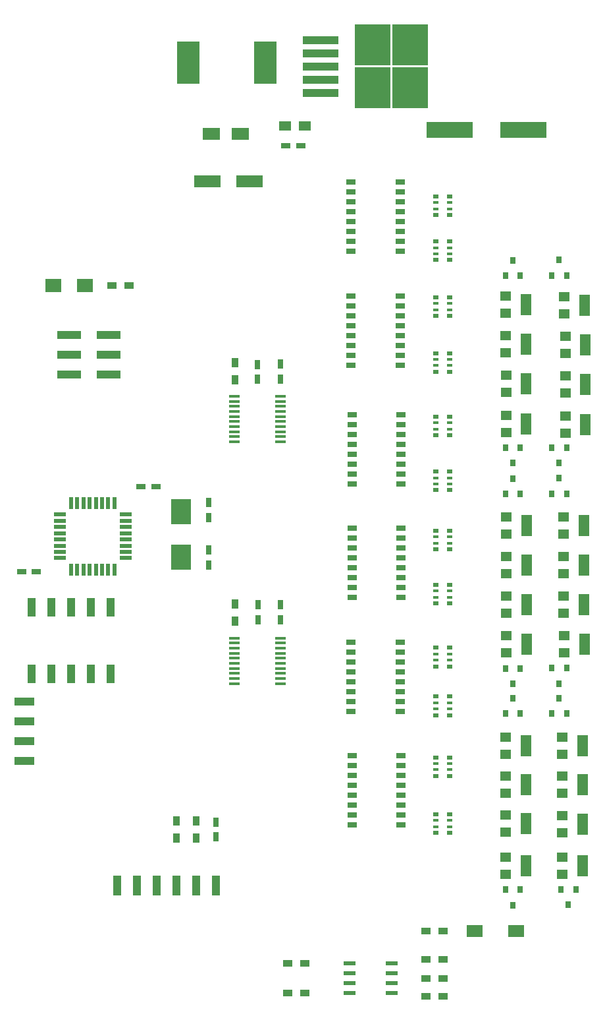
<source format=gbr>
%TF.GenerationSoftware,KiCad,Pcbnew,(5.1.8)-1*%
%TF.CreationDate,2022-01-30T22:11:29-05:00*%
%TF.ProjectId,ElectromagnetController_V3,456c6563-7472-46f6-9d61-676e6574436f,rev?*%
%TF.SameCoordinates,Original*%
%TF.FileFunction,Paste,Top*%
%TF.FilePolarity,Positive*%
%FSLAX46Y46*%
G04 Gerber Fmt 4.6, Leading zero omitted, Abs format (unit mm)*
G04 Created by KiCad (PCBNEW (5.1.8)-1) date 2022-01-30 22:11:29*
%MOMM*%
%LPD*%
G01*
G04 APERTURE LIST*
%ADD10R,2.184400X1.625600*%
%ADD11R,4.600000X1.100000*%
%ADD12R,4.550000X5.250000*%
%ADD13R,2.900000X5.400000*%
%ADD14R,1.200000X0.750000*%
%ADD15R,3.500000X1.600000*%
%ADD16R,6.000000X2.000000*%
%ADD17R,0.800000X0.900000*%
%ADD18R,1.400000X1.200000*%
%ADD19R,1.400000X2.800000*%
%ADD20R,0.800000X0.500000*%
%ADD21R,0.800000X0.400000*%
%ADD22R,1.300000X0.800000*%
%ADD23R,1.000000X2.500000*%
%ADD24R,0.900000X1.200000*%
%ADD25R,2.500000X1.000000*%
%ADD26R,0.750000X1.200000*%
%ADD27R,3.150000X1.000000*%
%ADD28R,1.120000X2.440000*%
%ADD29R,1.200000X0.900000*%
%ADD30R,2.000000X1.700000*%
%ADD31R,1.600000X0.550000*%
%ADD32R,0.550000X1.600000*%
%ADD33R,1.500000X1.250000*%
%ADD34R,1.450000X0.450000*%
%ADD35R,2.000000X1.600000*%
%ADD36R,2.500000X3.325000*%
%ADD37R,1.550000X0.600000*%
G04 APERTURE END LIST*
D10*
%TO.C,D2*%
X91770200Y-42164000D03*
X88061800Y-42164000D03*
%TD*%
D11*
%TO.C,U8*%
X102102000Y-30128000D03*
X102102000Y-31828000D03*
X102102000Y-33528000D03*
X102102000Y-35228000D03*
X102102000Y-36928000D03*
D12*
X113677000Y-36303000D03*
X108827000Y-30753000D03*
X113677000Y-30753000D03*
X108827000Y-36303000D03*
%TD*%
D13*
%TO.C,L1*%
X94996000Y-33020000D03*
X85096000Y-33020000D03*
%TD*%
D14*
%TO.C,C8*%
X97668000Y-43688000D03*
X99568000Y-43688000D03*
%TD*%
D15*
%TO.C,C7*%
X87564000Y-48260000D03*
X92964000Y-48260000D03*
%TD*%
D16*
%TO.C,C6*%
X118694000Y-41656000D03*
X128194000Y-41656000D03*
%TD*%
D17*
%TO.C,D14*%
X131876800Y-88417400D03*
X133776800Y-88417400D03*
X132826800Y-86417400D03*
%TD*%
%TO.C,D13*%
X125897600Y-88442800D03*
X127797600Y-88442800D03*
X126847600Y-86442800D03*
%TD*%
%TO.C,D12*%
X125897600Y-116646200D03*
X127797600Y-116646200D03*
X126847600Y-114646200D03*
%TD*%
%TO.C,D11*%
X131876800Y-116630200D03*
X133776800Y-116630200D03*
X132826800Y-114630200D03*
%TD*%
%TO.C,D10*%
X134945200Y-139192000D03*
X133045200Y-139192000D03*
X133995200Y-141192000D03*
%TD*%
%TO.C,D9*%
X127797600Y-139242800D03*
X125897600Y-139242800D03*
X126847600Y-141242800D03*
%TD*%
%TO.C,D8*%
X127797600Y-110820200D03*
X125897600Y-110820200D03*
X126847600Y-112820200D03*
%TD*%
%TO.C,D7*%
X133776800Y-110794800D03*
X131876800Y-110794800D03*
X132826800Y-112794800D03*
%TD*%
%TO.C,D6*%
X127797600Y-82448400D03*
X125897600Y-82448400D03*
X126847600Y-84448400D03*
%TD*%
%TO.C,D5*%
X133776800Y-82448400D03*
X131876800Y-82448400D03*
X132826800Y-84448400D03*
%TD*%
%TO.C,D4*%
X131876800Y-60350400D03*
X133776800Y-60350400D03*
X132826800Y-58350400D03*
%TD*%
%TO.C,D3*%
X125923000Y-60410600D03*
X127823000Y-60410600D03*
X126873000Y-58410600D03*
%TD*%
D14*
%TO.C,C15*%
X80949800Y-87452200D03*
X79049800Y-87452200D03*
%TD*%
%TO.C,C14*%
X63682800Y-98374200D03*
X65582800Y-98374200D03*
%TD*%
D18*
%TO.C,Q19*%
X133223000Y-121834000D03*
X133223000Y-119634000D03*
D19*
X135823000Y-120734000D03*
%TD*%
D20*
%TO.C,RN11*%
X116967000Y-122244000D03*
D21*
X116967000Y-123844000D03*
X116967000Y-123044000D03*
D20*
X116967000Y-124644000D03*
D21*
X118767000Y-123044000D03*
D20*
X118767000Y-122244000D03*
D21*
X118767000Y-123844000D03*
D20*
X118767000Y-124644000D03*
%TD*%
%TO.C,RN12*%
X116967000Y-129540000D03*
D21*
X116967000Y-131140000D03*
X116967000Y-130340000D03*
D20*
X116967000Y-131940000D03*
D21*
X118767000Y-130340000D03*
D20*
X118767000Y-129540000D03*
D21*
X118767000Y-131140000D03*
D20*
X118767000Y-131940000D03*
%TD*%
D22*
%TO.C,U11*%
X106197000Y-122042000D03*
X106197000Y-123322000D03*
X106197000Y-124582000D03*
X106197000Y-125852000D03*
X106197000Y-127132000D03*
X106197000Y-128402000D03*
X106197000Y-129662000D03*
X106197000Y-130942000D03*
X112497000Y-130942000D03*
X112497000Y-129662000D03*
X112497000Y-128402000D03*
X112497000Y-127132000D03*
X112497000Y-125852000D03*
X112497000Y-124582000D03*
X112497000Y-123322000D03*
X112497000Y-122042000D03*
%TD*%
%TO.C,U9*%
X106070000Y-107437000D03*
X106070000Y-108717000D03*
X106070000Y-109977000D03*
X106070000Y-111247000D03*
X106070000Y-112527000D03*
X106070000Y-113797000D03*
X106070000Y-115057000D03*
X106070000Y-116337000D03*
X112370000Y-116337000D03*
X112370000Y-115057000D03*
X112370000Y-113797000D03*
X112370000Y-112527000D03*
X112370000Y-111247000D03*
X112370000Y-109977000D03*
X112370000Y-108717000D03*
X112370000Y-107437000D03*
%TD*%
%TO.C,U7*%
X106070000Y-48382000D03*
X106070000Y-49662000D03*
X106070000Y-50922000D03*
X106070000Y-52192000D03*
X106070000Y-53472000D03*
X106070000Y-54742000D03*
X106070000Y-56002000D03*
X106070000Y-57282000D03*
X112370000Y-57282000D03*
X112370000Y-56002000D03*
X112370000Y-54742000D03*
X112370000Y-53472000D03*
X112370000Y-52192000D03*
X112370000Y-50922000D03*
X112370000Y-49662000D03*
X112370000Y-48382000D03*
%TD*%
%TO.C,U5*%
X106197000Y-92832000D03*
X106197000Y-94112000D03*
X106197000Y-95372000D03*
X106197000Y-96642000D03*
X106197000Y-97922000D03*
X106197000Y-99192000D03*
X106197000Y-100452000D03*
X106197000Y-101732000D03*
X112497000Y-101732000D03*
X112497000Y-100452000D03*
X112497000Y-99192000D03*
X112497000Y-97922000D03*
X112497000Y-96642000D03*
X112497000Y-95372000D03*
X112497000Y-94112000D03*
X112497000Y-92832000D03*
%TD*%
%TO.C,U4*%
X106197000Y-78227000D03*
X106197000Y-79507000D03*
X106197000Y-80767000D03*
X106197000Y-82037000D03*
X106197000Y-83317000D03*
X106197000Y-84587000D03*
X106197000Y-85847000D03*
X106197000Y-87127000D03*
X112497000Y-87127000D03*
X112497000Y-85847000D03*
X112497000Y-84587000D03*
X112497000Y-83317000D03*
X112497000Y-82037000D03*
X112497000Y-80767000D03*
X112497000Y-79507000D03*
X112497000Y-78227000D03*
%TD*%
%TO.C,U3*%
X106070000Y-62987000D03*
X106070000Y-64267000D03*
X106070000Y-65527000D03*
X106070000Y-66797000D03*
X106070000Y-68077000D03*
X106070000Y-69347000D03*
X106070000Y-70607000D03*
X106070000Y-71887000D03*
X112370000Y-71887000D03*
X112370000Y-70607000D03*
X112370000Y-69347000D03*
X112370000Y-68077000D03*
X112370000Y-66797000D03*
X112370000Y-65527000D03*
X112370000Y-64267000D03*
X112370000Y-62987000D03*
%TD*%
D23*
%TO.C,J5*%
X75946000Y-138684000D03*
X78486000Y-138684000D03*
X81026000Y-138684000D03*
X83566000Y-138684000D03*
X86106000Y-138684000D03*
X88646000Y-138684000D03*
%TD*%
D24*
%TO.C,R11*%
X86106000Y-132588000D03*
X86106000Y-130388000D03*
%TD*%
%TO.C,R10*%
X83566000Y-132588000D03*
X83566000Y-130388000D03*
%TD*%
D18*
%TO.C,Q15*%
X126051000Y-108796000D03*
X126051000Y-106596000D03*
D19*
X128651000Y-107696000D03*
%TD*%
D18*
%TO.C,Q24*%
X133193000Y-137287000D03*
X133193000Y-135087000D03*
D19*
X135793000Y-136187000D03*
%TD*%
D18*
%TO.C,Q23*%
X125924000Y-137244000D03*
X125924000Y-135044000D03*
D19*
X128524000Y-136144000D03*
%TD*%
D18*
%TO.C,Q22*%
X133193000Y-131910000D03*
X133193000Y-129710000D03*
D19*
X135793000Y-130810000D03*
%TD*%
D18*
%TO.C,Q17*%
X125924000Y-131846500D03*
X125924000Y-129646500D03*
D19*
X128524000Y-130746500D03*
%TD*%
D25*
%TO.C,J7*%
X64008000Y-122682000D03*
X64008000Y-120142000D03*
X64008000Y-117602000D03*
X64008000Y-115062000D03*
%TD*%
D20*
%TO.C,RN10*%
X116967000Y-114433500D03*
D21*
X116967000Y-116033500D03*
X116967000Y-115233500D03*
D20*
X116967000Y-116833500D03*
D21*
X118767000Y-115233500D03*
D20*
X118767000Y-114433500D03*
D21*
X118767000Y-116033500D03*
D20*
X118767000Y-116833500D03*
%TD*%
%TO.C,RN9*%
X116967000Y-108164604D03*
D21*
X116967000Y-109764604D03*
X116967000Y-108964604D03*
D20*
X116967000Y-110564604D03*
D21*
X118767000Y-108964604D03*
D20*
X118767000Y-108164604D03*
D21*
X118767000Y-109764604D03*
D20*
X118767000Y-110564604D03*
%TD*%
%TO.C,RN8*%
X116967000Y-100101500D03*
D21*
X116967000Y-101701500D03*
X116967000Y-100901500D03*
D20*
X116967000Y-102501500D03*
D21*
X118767000Y-100901500D03*
D20*
X118767000Y-100101500D03*
D21*
X118767000Y-101701500D03*
D20*
X118767000Y-102501500D03*
%TD*%
%TO.C,RN7*%
X116967000Y-93154500D03*
D21*
X116967000Y-94754500D03*
X116967000Y-93954500D03*
D20*
X116967000Y-95554500D03*
D21*
X118767000Y-93954500D03*
D20*
X118767000Y-93154500D03*
D21*
X118767000Y-94754500D03*
D20*
X118767000Y-95554500D03*
%TD*%
%TO.C,RN6*%
X116967000Y-85547940D03*
D21*
X116967000Y-87147940D03*
X116967000Y-86347940D03*
D20*
X116967000Y-87947940D03*
D21*
X118767000Y-86347940D03*
D20*
X118767000Y-85547940D03*
D21*
X118767000Y-87147940D03*
D20*
X118767000Y-87947940D03*
%TD*%
%TO.C,RN5*%
X116967000Y-78511500D03*
D21*
X116967000Y-80111500D03*
X116967000Y-79311500D03*
D20*
X116967000Y-80911500D03*
D21*
X118767000Y-79311500D03*
D20*
X118767000Y-78511500D03*
D21*
X118767000Y-80111500D03*
D20*
X118767000Y-80911500D03*
%TD*%
%TO.C,RN4*%
X116967000Y-70345500D03*
D21*
X116967000Y-71945500D03*
X116967000Y-71145500D03*
D20*
X116967000Y-72745500D03*
D21*
X118767000Y-71145500D03*
D20*
X118767000Y-70345500D03*
D21*
X118767000Y-71945500D03*
D20*
X118767000Y-72745500D03*
%TD*%
%TO.C,RN3*%
X116967000Y-63182500D03*
D21*
X116967000Y-64782500D03*
X116967000Y-63982500D03*
D20*
X116967000Y-65582500D03*
D21*
X118767000Y-63982500D03*
D20*
X118767000Y-63182500D03*
D21*
X118767000Y-64782500D03*
D20*
X118767000Y-65582500D03*
%TD*%
%TO.C,RN2*%
X116967000Y-55994500D03*
D21*
X116967000Y-57594500D03*
X116967000Y-56794500D03*
D20*
X116967000Y-58394500D03*
D21*
X118767000Y-56794500D03*
D20*
X118767000Y-55994500D03*
D21*
X118767000Y-57594500D03*
D20*
X118767000Y-58394500D03*
%TD*%
%TO.C,RN1*%
X116967000Y-50228500D03*
D21*
X116967000Y-51828500D03*
X116967000Y-51028500D03*
D20*
X116967000Y-52628500D03*
D21*
X118767000Y-51028500D03*
D20*
X118767000Y-50228500D03*
D21*
X118767000Y-51828500D03*
D20*
X118767000Y-52628500D03*
%TD*%
D18*
%TO.C,Q21*%
X133193000Y-126830000D03*
X133193000Y-124630000D03*
D19*
X135793000Y-125730000D03*
%TD*%
D18*
%TO.C,Q20*%
X125924000Y-126830000D03*
X125924000Y-124630000D03*
D19*
X128524000Y-125730000D03*
%TD*%
D18*
%TO.C,Q18*%
X125924000Y-121834000D03*
X125924000Y-119634000D03*
D19*
X128524000Y-120734000D03*
%TD*%
D18*
%TO.C,Q16*%
X133477000Y-108839000D03*
X133477000Y-106639000D03*
D19*
X136077000Y-107739000D03*
%TD*%
D18*
%TO.C,Q14*%
X133413500Y-103736500D03*
X133413500Y-101536500D03*
D19*
X136013500Y-102636500D03*
%TD*%
D18*
%TO.C,Q13*%
X126047500Y-103736500D03*
X126047500Y-101536500D03*
D19*
X128647500Y-102636500D03*
%TD*%
D18*
%TO.C,Q12*%
X133413500Y-98656500D03*
X133413500Y-96456500D03*
D19*
X136013500Y-97556500D03*
%TD*%
D18*
%TO.C,Q11*%
X126047500Y-98636000D03*
X126047500Y-96436000D03*
D19*
X128647500Y-97536000D03*
%TD*%
D18*
%TO.C,Q10*%
X133413500Y-93619500D03*
X133413500Y-91419500D03*
D19*
X136013500Y-92519500D03*
%TD*%
D18*
%TO.C,Q9*%
X126051000Y-93556000D03*
X126051000Y-91356000D03*
D19*
X128651000Y-92456000D03*
%TD*%
D18*
%TO.C,Q8*%
X133604000Y-80602000D03*
X133604000Y-78402000D03*
D19*
X136204000Y-79502000D03*
%TD*%
D18*
%TO.C,Q7*%
X125984000Y-80559000D03*
X125984000Y-78359000D03*
D19*
X128584000Y-79459000D03*
%TD*%
D18*
%TO.C,Q6*%
X133604000Y-75479000D03*
X133604000Y-73279000D03*
D19*
X136204000Y-74379000D03*
%TD*%
D18*
%TO.C,Q5*%
X125984000Y-75395000D03*
X125984000Y-73195000D03*
D19*
X128584000Y-74295000D03*
%TD*%
D18*
%TO.C,Q4*%
X133604000Y-70399000D03*
X133604000Y-68199000D03*
D19*
X136204000Y-69299000D03*
%TD*%
D18*
%TO.C,Q3*%
X125924000Y-70315000D03*
X125924000Y-68115000D03*
D19*
X128524000Y-69215000D03*
%TD*%
D18*
%TO.C,Q2*%
X133477000Y-65278000D03*
X133477000Y-63078000D03*
D19*
X136077000Y-64178000D03*
%TD*%
D18*
%TO.C,Q1*%
X125924000Y-65235000D03*
X125924000Y-63035000D03*
D19*
X128524000Y-64135000D03*
%TD*%
D26*
%TO.C,C13*%
X93980000Y-71823500D03*
X93980000Y-73723500D03*
%TD*%
%TO.C,C9*%
X94107000Y-102679500D03*
X94107000Y-104579500D03*
%TD*%
D27*
%TO.C,J4*%
X69801500Y-68008500D03*
X74851500Y-68008500D03*
X69801500Y-70548500D03*
X74851500Y-70548500D03*
X69801500Y-73088500D03*
X74851500Y-73088500D03*
%TD*%
D28*
%TO.C,SW2*%
X75120500Y-102946500D03*
X64960500Y-111556500D03*
X72580500Y-102946500D03*
X67500500Y-111556500D03*
X70040500Y-102946500D03*
X70040500Y-111556500D03*
X67500500Y-102946500D03*
X72580500Y-111556500D03*
X64960500Y-102946500D03*
X75120500Y-111556500D03*
%TD*%
D29*
%TO.C,R9*%
X75270000Y-61658500D03*
X77470000Y-61658500D03*
%TD*%
D30*
%TO.C,D1*%
X71786500Y-61658500D03*
X67786500Y-61658500D03*
%TD*%
D31*
%TO.C,U1*%
X77080000Y-96672000D03*
X77080000Y-95872000D03*
X77080000Y-95072000D03*
X77080000Y-94272000D03*
X77080000Y-93472000D03*
X77080000Y-92672000D03*
X77080000Y-91872000D03*
X77080000Y-91072000D03*
D32*
X75630000Y-89622000D03*
X74830000Y-89622000D03*
X74030000Y-89622000D03*
X73230000Y-89622000D03*
X72430000Y-89622000D03*
X71630000Y-89622000D03*
X70830000Y-89622000D03*
X70030000Y-89622000D03*
D31*
X68580000Y-91072000D03*
X68580000Y-91872000D03*
X68580000Y-92672000D03*
X68580000Y-93472000D03*
X68580000Y-94272000D03*
X68580000Y-95072000D03*
X68580000Y-95872000D03*
X68580000Y-96672000D03*
D32*
X70030000Y-98122000D03*
X70830000Y-98122000D03*
X71630000Y-98122000D03*
X72430000Y-98122000D03*
X73230000Y-98122000D03*
X74030000Y-98122000D03*
X74830000Y-98122000D03*
X75630000Y-98122000D03*
%TD*%
D33*
%TO.C,C12*%
X100076000Y-41148000D03*
X97576000Y-41148000D03*
%TD*%
D34*
%TO.C,U6*%
X91060000Y-106935000D03*
X91060000Y-107585000D03*
X91060000Y-108235000D03*
X91060000Y-108885000D03*
X91060000Y-109525000D03*
X91060000Y-110185000D03*
X91060000Y-110825000D03*
X91060000Y-111475000D03*
X91060000Y-112125000D03*
X91060000Y-112775000D03*
X96960000Y-112775000D03*
X96960000Y-112125000D03*
X96960000Y-111475000D03*
X96960000Y-110825000D03*
X96960000Y-110185000D03*
X96960000Y-109525000D03*
X96960000Y-108885000D03*
X96960000Y-108235000D03*
X96960000Y-107585000D03*
X96960000Y-106935000D03*
%TD*%
%TO.C,U2*%
X91060000Y-75880000D03*
X91060000Y-76530000D03*
X91060000Y-77180000D03*
X91060000Y-77830000D03*
X91060000Y-78470000D03*
X91060000Y-79130000D03*
X91060000Y-79770000D03*
X91060000Y-80420000D03*
X91060000Y-81070000D03*
X91060000Y-81720000D03*
X96960000Y-81720000D03*
X96960000Y-81070000D03*
X96960000Y-80420000D03*
X96960000Y-79770000D03*
X96960000Y-79130000D03*
X96960000Y-78470000D03*
X96960000Y-77830000D03*
X96960000Y-77180000D03*
X96960000Y-76530000D03*
X96960000Y-75880000D03*
%TD*%
D35*
%TO.C,SW1*%
X127320000Y-144526000D03*
X121920000Y-144526000D03*
%TD*%
D24*
%TO.C,R8*%
X91122500Y-102595500D03*
X91122500Y-104795500D03*
%TD*%
%TO.C,R7*%
X91122500Y-71564500D03*
X91122500Y-73764500D03*
%TD*%
D29*
%TO.C,R6*%
X115656000Y-148209000D03*
X117856000Y-148209000D03*
%TD*%
%TO.C,R5*%
X115697000Y-150622000D03*
X117897000Y-150622000D03*
%TD*%
%TO.C,R4*%
X117897000Y-152908000D03*
X115697000Y-152908000D03*
%TD*%
%TO.C,R3*%
X97876000Y-152527000D03*
X100076000Y-152527000D03*
%TD*%
%TO.C,R2*%
X97876000Y-148717000D03*
X100076000Y-148717000D03*
%TD*%
%TO.C,R1*%
X115656000Y-144526000D03*
X117856000Y-144526000D03*
%TD*%
D26*
%TO.C,C5*%
X96964500Y-102679500D03*
X96964500Y-104579500D03*
%TD*%
%TO.C,C4*%
X96964500Y-71760000D03*
X96964500Y-73660000D03*
%TD*%
%TO.C,C3*%
X88646000Y-132456000D03*
X88646000Y-130556000D03*
%TD*%
D36*
%TO.C,Y1*%
X84201000Y-96511500D03*
X84201000Y-90686500D03*
%TD*%
D37*
%TO.C,U10*%
X105852000Y-148717000D03*
X105852000Y-149987000D03*
X105852000Y-151257000D03*
X105852000Y-152527000D03*
X111252000Y-152527000D03*
X111252000Y-151257000D03*
X111252000Y-149987000D03*
X111252000Y-148717000D03*
%TD*%
D26*
%TO.C,C2*%
X87757000Y-91435000D03*
X87757000Y-89535000D03*
%TD*%
%TO.C,C1*%
X87757000Y-95631000D03*
X87757000Y-97531000D03*
%TD*%
M02*

</source>
